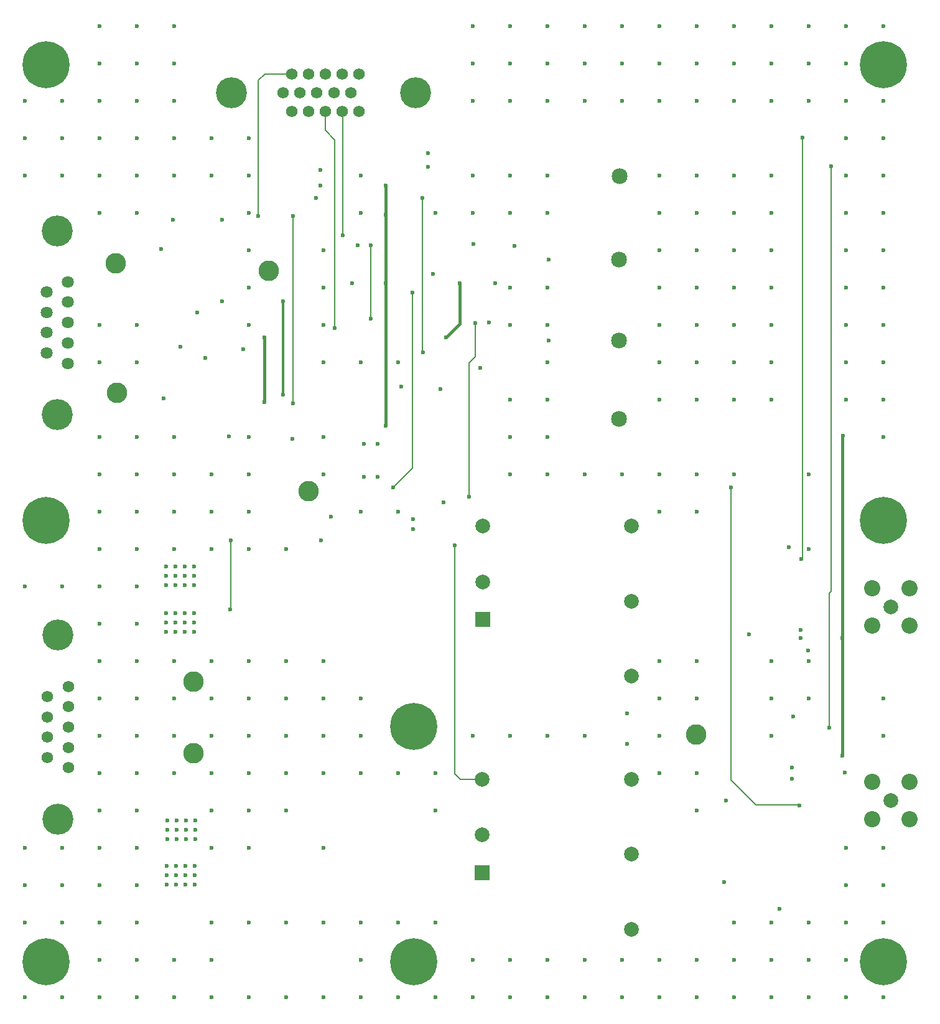
<source format=gbr>
%TF.GenerationSoftware,KiCad,Pcbnew,9.0.3*%
%TF.CreationDate,2025-09-17T10:51:30-04:00*%
%TF.ProjectId,4_COLD_TPC_SiPM_Pre_Amp,345f434f-4c44-45f5-9450-435f5369504d,rev?*%
%TF.SameCoordinates,Original*%
%TF.FileFunction,Copper,L6,Inr*%
%TF.FilePolarity,Positive*%
%FSLAX46Y46*%
G04 Gerber Fmt 4.6, Leading zero omitted, Abs format (unit mm)*
G04 Created by KiCad (PCBNEW 9.0.3) date 2025-09-17 10:51:30*
%MOMM*%
%LPD*%
G01*
G04 APERTURE LIST*
%TA.AperFunction,ComponentPad*%
%ADD10C,2.209800*%
%TD*%
%TA.AperFunction,ComponentPad*%
%ADD11C,2.006600*%
%TD*%
%TA.AperFunction,ComponentPad*%
%ADD12C,2.159000*%
%TD*%
%TA.AperFunction,ComponentPad*%
%ADD13C,2.000000*%
%TD*%
%TA.AperFunction,ComponentPad*%
%ADD14R,2.000000X2.000000*%
%TD*%
%TA.AperFunction,ComponentPad*%
%ADD15C,2.800000*%
%TD*%
%TA.AperFunction,ComponentPad*%
%ADD16C,6.400000*%
%TD*%
%TA.AperFunction,ComponentPad*%
%ADD17C,1.560000*%
%TD*%
%TA.AperFunction,ComponentPad*%
%ADD18C,4.216000*%
%TD*%
%TA.AperFunction,ComponentPad*%
%ADD19C,1.575000*%
%TD*%
%TA.AperFunction,ComponentPad*%
%ADD20C,1.635000*%
%TD*%
%TA.AperFunction,ViaPad*%
%ADD21C,0.600000*%
%TD*%
%TA.AperFunction,Conductor*%
%ADD22C,0.200000*%
%TD*%
%TA.AperFunction,Conductor*%
%ADD23C,0.400000*%
%TD*%
%TA.AperFunction,Conductor*%
%ADD24C,0.300000*%
%TD*%
G04 APERTURE END LIST*
D10*
%TO.N,/SiPM/SiPM_LV_Supply/SiPM_LV_5V/V_P5V_OUT*%
%TO.C,J4*%
X252540000Y-158650000D03*
X247460000Y-158650000D03*
X247460000Y-153570000D03*
X252540000Y-153570000D03*
D11*
%TO.N,/SiPM/V_SiPM_LV_P2V5_OUT*%
X250000000Y-156110000D03*
%TD*%
D10*
%TO.N,/SiPM/SiPM_LV_Supply/SiPM_LV_5V/V_P5V_OUT*%
%TO.C,J5*%
X252540000Y-132320000D03*
X247460000Y-132320000D03*
X247460000Y-127240000D03*
X252540000Y-127240000D03*
D11*
%TO.N,/SiPM/V_SiPM_LV_M5V_OUT*%
X250000000Y-129780000D03*
%TD*%
D12*
%TO.N,Net-(P1-Pad1)*%
%TO.C,P1*%
X212960000Y-93500000D03*
%TD*%
%TO.N,Net-(M5-Pad3)*%
%TO.C,P2*%
X212960000Y-104170000D03*
%TD*%
%TO.N,Net-(P3-Pad1)*%
%TO.C,P3*%
X212970000Y-82510000D03*
%TD*%
%TO.N,Net-(M6-Pad3)*%
%TO.C,P4*%
X213060000Y-71180000D03*
%TD*%
D13*
%TO.N,/SiPM/SiPM_LV_Supply/SiPM_LV_5V/Enable*%
%TO.C,U3*%
X194387500Y-153190000D03*
%TO.N,/SiPM/SiPM_LV_Supply/SiPM_LV_5V/V_P5V_OUT*%
X214687500Y-153190000D03*
%TO.N,/SiPM/SiPM_LV_Supply/SiPM_LV_P3V3/TRIM*%
X214687500Y-163390000D03*
%TO.N,/SiPM/SiPM_LV_Supply/SiPM_LV_P3V3/V_P3V3_OUT*%
X214687500Y-173590000D03*
%TO.N,/SiPM/SiPM_LV_Supply/SiPM_LV_P3V3/V_RTN*%
X194387500Y-160790000D03*
D14*
%TO.N,/SiPM/SiPM_LV_Supply/SiPM_LV_P3V3/V_POS*%
X194387500Y-165890000D03*
%TD*%
D15*
%TO.N,/SiPM/SiPM_LV_Supply/SiPM_LV_5V/Enable*%
%TO.C,V_{EN}1*%
X170690000Y-114050000D03*
%TD*%
%TO.N,/SiPM/SiPM_LV_Supply/SiPM_LV_5V/V_P5V_OUT*%
%TO.C,V_{OUT_RTN}1*%
X223490000Y-147150000D03*
%TD*%
%TO.N,/SEC_PWR_RTN*%
%TO.C,+12V_RTN1*%
X155090000Y-149640000D03*
%TD*%
D16*
%TO.N,CHASSIS*%
%TO.C,H5*%
X135000000Y-56000000D03*
%TD*%
%TO.N,CHASSIS*%
%TO.C,H7*%
X249000000Y-118000000D03*
%TD*%
%TO.N,CHASSIS*%
%TO.C,H6*%
X249000000Y-178000000D03*
%TD*%
%TO.N,CHASSIS*%
%TO.C,H3*%
X185000000Y-146000000D03*
%TD*%
D15*
%TO.N,/P_SEC_TELEM_PWR*%
%TO.C,+5V1*%
X144520000Y-83000000D03*
%TD*%
D17*
%TO.N,/SEC_PWR_RTN*%
%TO.C,J1*%
X138030000Y-140575000D03*
X138030000Y-143345000D03*
%TO.N,unconnected-(J1-Pad3)*%
X138030000Y-146115000D03*
%TO.N,/SEC_PWR_RTN*%
X138030000Y-148885000D03*
X138030000Y-151655000D03*
%TO.N,/SEC_PWR_IN*%
X135190000Y-141960000D03*
X135190000Y-144730000D03*
X135190000Y-147500000D03*
X135190000Y-150270000D03*
D18*
%TO.N,CHASSIS*%
X136610000Y-133615000D03*
X136610000Y-158615000D03*
%TD*%
D19*
%TO.N,/SiPM_LV_Enable-*%
%TO.C,J3*%
X168434000Y-62350000D03*
%TO.N,/SiPM_LV_Enable+*%
X170724000Y-62350000D03*
%TO.N,/P2p5V_TELEM*%
X173014000Y-62350000D03*
%TO.N,/M5p0V_Telem*%
X175304000Y-62350000D03*
%TO.N,/P2p5_I_MON*%
X177594000Y-62350000D03*
%TO.N,/SEC_PWR_TELEM_RTN*%
X167289000Y-59810000D03*
X169579000Y-59810000D03*
X171869000Y-59810000D03*
X174159000Y-59810000D03*
X176449000Y-59810000D03*
%TO.N,/TEMP_TELEM*%
X168434000Y-57270000D03*
%TO.N,/SEC_PWR_TELEM_RTN*%
X170724000Y-57270000D03*
X173014000Y-57270000D03*
X175304000Y-57270000D03*
%TO.N,/M5V_I_MON*%
X177594000Y-57270000D03*
D18*
%TO.N,CHASSIS*%
X185255000Y-59810000D03*
X160265000Y-59810000D03*
%TD*%
D20*
%TO.N,/SEC_PWR_TELEM_RTN*%
%TO.C,J2*%
X137933250Y-96630000D03*
X137933250Y-93860000D03*
%TO.N,unconnected-(J2-Pad3)*%
X137933250Y-91090000D03*
%TO.N,/SEC_PWR_TELEM_RTN*%
X137933250Y-88320000D03*
X137933250Y-85550000D03*
%TO.N,/N_SEC_TELEM_PWR*%
X135093250Y-95245000D03*
X135093250Y-92475000D03*
%TO.N,/P_SEC_TELEM_PWR*%
X135093250Y-89705000D03*
X135093250Y-86935000D03*
D18*
%TO.N,CHASSIS*%
X136513250Y-78590000D03*
X136513250Y-103590000D03*
%TD*%
D16*
%TO.N,CHASSIS*%
%TO.C,H8*%
X135000000Y-118000000D03*
%TD*%
%TO.N,CHASSIS*%
%TO.C,H4*%
X185000000Y-178000000D03*
%TD*%
D15*
%TO.N,/SEC_PWR_IN*%
%TO.C,+12V1*%
X155090000Y-139890000D03*
%TD*%
%TO.N,/N_SEC_TELEM_PWR*%
%TO.C,-5V1*%
X144690000Y-100630000D03*
%TD*%
D16*
%TO.N,CHASSIS*%
%TO.C,H2*%
X135000000Y-178000000D03*
%TD*%
%TO.N,CHASSIS*%
%TO.C,H1*%
X249000000Y-56000000D03*
%TD*%
D15*
%TO.N,/SEC_PWR_TELEM_RTN*%
%TO.C,Telem_RTN1*%
X165350000Y-84050000D03*
%TD*%
D14*
%TO.N,/SiPM/SiPM_LV_Supply/SiPM_LV_5V/V_POS*%
%TO.C,U4*%
X194395000Y-131470000D03*
D13*
%TO.N,/SiPM/SiPM_LV_Supply/SiPM_LV_5V/V_RTN*%
X194395000Y-126370000D03*
%TO.N,/SiPM/SiPM_LV_Supply/SiPM_LV_5V/V_P5V_OUT*%
X214695000Y-139170000D03*
%TO.N,/SiPM/SiPM_LV_Supply/SiPM_LV_5V/TRIM*%
X214695000Y-128970000D03*
%TO.N,/SiPM/V_SiPM_LV_M5V*%
X214695000Y-118770000D03*
%TO.N,/SiPM/SiPM_LV_Supply/SiPM_LV_5V/Enable*%
X194395000Y-118770000D03*
%TD*%
D21*
%TO.N,/SiPM/V_SiPM_LV_M5V*%
X179230000Y-90580000D03*
X179234150Y-80580000D03*
X193394150Y-91130000D03*
X192540000Y-114820000D03*
%TO.N,/SiPM/V_TELEM_P3V3_OUT*%
X237680000Y-133980000D03*
X181240000Y-105120000D03*
X181240000Y-76390000D03*
X243400000Y-133990000D03*
X243480000Y-106490000D03*
X181240000Y-72460000D03*
X172310000Y-72450000D03*
X181234150Y-85760000D03*
X243400000Y-149970000D03*
X236550000Y-151610000D03*
X158970000Y-77145000D03*
%TO.N,/SiPM/V_SiPM_LV_P2V5*%
X187654150Y-84480000D03*
X228180000Y-113530000D03*
X184894150Y-87030000D03*
X182270000Y-113530000D03*
X237515000Y-156785000D03*
%TO.N,/SiPM/SiPM_LV_Supply/SiPM_LV_5V/Enable*%
X184990000Y-119200000D03*
X190600000Y-121430000D03*
X172390000Y-120700000D03*
%TO.N,/SiPM/V_TELEM_M3V3*%
X164690000Y-93100000D03*
X164690000Y-101940000D03*
X189480000Y-93100000D03*
X191304150Y-85750000D03*
%TO.N,/SiPM/SiPM_LV_Supply/SiPM_LV_5V/V_P5V_OUT*%
X227570000Y-156111400D03*
X234827500Y-170857500D03*
X227300000Y-167231400D03*
%TO.N,/SEC_PWR_RTN*%
X154017500Y-158820000D03*
X177800000Y-152400000D03*
X147320000Y-152400000D03*
X213360000Y-111760000D03*
X218440000Y-177800000D03*
X243840000Y-177800000D03*
X147320000Y-167640000D03*
X238760000Y-121920000D03*
X223520000Y-142240000D03*
X152400000Y-137160000D03*
X233680000Y-177800000D03*
X147320000Y-162560000D03*
X147320000Y-132080000D03*
X152635000Y-126775000D03*
X152747500Y-160090000D03*
X218440000Y-116840000D03*
X151365000Y-125505000D03*
X198120000Y-111760000D03*
X208280000Y-182880000D03*
X238760000Y-177800000D03*
X248920000Y-182880000D03*
X193040000Y-177800000D03*
X198120000Y-177800000D03*
X157480000Y-162560000D03*
X172720000Y-172720000D03*
X177800000Y-177800000D03*
X178250000Y-112050000D03*
X142240000Y-157480000D03*
X157480000Y-177800000D03*
X198120000Y-147320000D03*
X182880000Y-152400000D03*
X153905000Y-125505000D03*
X172720000Y-182880000D03*
X152400000Y-147320000D03*
X152400000Y-142240000D03*
X233680000Y-172720000D03*
X238760000Y-182880000D03*
X167640000Y-172720000D03*
X152400000Y-177800000D03*
X152400000Y-152400000D03*
X167640000Y-147320000D03*
X152747500Y-158820000D03*
X155175000Y-124235000D03*
X147320000Y-121920000D03*
X167640000Y-142240000D03*
X167640000Y-137160000D03*
X187960000Y-182880000D03*
X155287500Y-161360000D03*
X132080000Y-182880000D03*
X223520000Y-111760000D03*
X157480000Y-147320000D03*
X172720000Y-152400000D03*
X151365000Y-126775000D03*
X157480000Y-152400000D03*
X198120000Y-182880000D03*
X167640000Y-157480000D03*
X208280000Y-111760000D03*
X187960000Y-157480000D03*
X228600000Y-182880000D03*
X142240000Y-152400000D03*
X208280000Y-177800000D03*
X132080000Y-172720000D03*
X137160000Y-172720000D03*
X248920000Y-162560000D03*
X233680000Y-147320000D03*
X162560000Y-147320000D03*
X132080000Y-127000000D03*
X151477500Y-161360000D03*
X187960000Y-172720000D03*
X233680000Y-137160000D03*
X147320000Y-157480000D03*
X182880000Y-172720000D03*
X218440000Y-137160000D03*
X151477500Y-160090000D03*
X218440000Y-147320000D03*
X142240000Y-182880000D03*
X243840000Y-172720000D03*
X157480000Y-157480000D03*
X193040000Y-147320000D03*
X157480000Y-121920000D03*
X228600000Y-177800000D03*
X147320000Y-177800000D03*
X177800000Y-182880000D03*
X233680000Y-142240000D03*
X142240000Y-167640000D03*
X137160000Y-162560000D03*
X154017500Y-160090000D03*
X180140000Y-112050000D03*
X137160000Y-127000000D03*
X177800000Y-116840000D03*
X177800000Y-147320000D03*
X162560000Y-121920000D03*
X152747500Y-161360000D03*
X223520000Y-182880000D03*
X142240000Y-137160000D03*
X213360000Y-177800000D03*
X218440000Y-152400000D03*
X152400000Y-121920000D03*
X132080000Y-162560000D03*
X162560000Y-182880000D03*
X203200000Y-111760000D03*
X147320000Y-172720000D03*
X142240000Y-147320000D03*
X203200000Y-147320000D03*
X162560000Y-142240000D03*
X203200000Y-182880000D03*
X172720000Y-142240000D03*
X162560000Y-172720000D03*
X157480000Y-182880000D03*
X137160000Y-167640000D03*
X213360000Y-182880000D03*
X152400000Y-182880000D03*
X154017500Y-161360000D03*
X155175000Y-126775000D03*
X147320000Y-182880000D03*
X162560000Y-162560000D03*
X157480000Y-137160000D03*
X147320000Y-137160000D03*
X167640000Y-152400000D03*
X132080000Y-167640000D03*
X228600000Y-111760000D03*
X142240000Y-142240000D03*
X172720000Y-111760000D03*
X153905000Y-126775000D03*
X248920000Y-172720000D03*
X172720000Y-147320000D03*
X223520000Y-177800000D03*
X243840000Y-182880000D03*
X137160000Y-182880000D03*
X218440000Y-111760000D03*
X167640000Y-182880000D03*
X155287500Y-160090000D03*
X218440000Y-182880000D03*
X203200000Y-177800000D03*
X142240000Y-162560000D03*
X153905000Y-124235000D03*
X162560000Y-137160000D03*
X177800000Y-142240000D03*
X223520000Y-152400000D03*
X248920000Y-142240000D03*
X172720000Y-137160000D03*
X223520000Y-116840000D03*
X208280000Y-147320000D03*
X152635000Y-124235000D03*
X238760000Y-172720000D03*
X147320000Y-142240000D03*
X184980000Y-117850000D03*
X142240000Y-177800000D03*
X223520000Y-157480000D03*
X151477500Y-158820000D03*
X152635000Y-125505000D03*
X248920000Y-147320000D03*
X142240000Y-172720000D03*
X218440000Y-142240000D03*
X182880000Y-182880000D03*
X233680000Y-182880000D03*
X167640000Y-121920000D03*
X238760000Y-142240000D03*
X228600000Y-172720000D03*
X243840000Y-162560000D03*
X193040000Y-182880000D03*
X162560000Y-157480000D03*
X243840000Y-167640000D03*
X223520000Y-137160000D03*
X151365000Y-124235000D03*
X182880000Y-116840000D03*
X162560000Y-152400000D03*
X157480000Y-172720000D03*
X142240000Y-132080000D03*
X172720000Y-162560000D03*
X187960000Y-152400000D03*
X147320000Y-127000000D03*
X238760000Y-137160000D03*
X142240000Y-127000000D03*
X142240000Y-121920000D03*
X157480000Y-142240000D03*
X147320000Y-147320000D03*
X177800000Y-172720000D03*
X155175000Y-125505000D03*
X155287500Y-158820000D03*
X248920000Y-167640000D03*
%TO.N,CHASSIS*%
X214040000Y-148430000D03*
X214078000Y-144272000D03*
%TO.N,/SEC_PWR_TELEM_RTN*%
X198120000Y-50800000D03*
X132080000Y-60960000D03*
X152400000Y-55880000D03*
X203200000Y-96520000D03*
X147320000Y-76200000D03*
X203200000Y-86360000D03*
X228600000Y-101600000D03*
X223520000Y-60960000D03*
X243840000Y-91440000D03*
X223520000Y-50800000D03*
X248920000Y-66040000D03*
X198774150Y-80690000D03*
X208280000Y-50800000D03*
X228600000Y-60960000D03*
X238760000Y-60960000D03*
X243840000Y-50800000D03*
X243840000Y-60960000D03*
X213360000Y-55880000D03*
X157480000Y-66040000D03*
X248920000Y-101600000D03*
X157480000Y-71120000D03*
X157480000Y-116840000D03*
X152400000Y-116840000D03*
X203200000Y-106680000D03*
X218440000Y-101600000D03*
X238760000Y-111760000D03*
X233680000Y-91440000D03*
X147320000Y-50800000D03*
X248920000Y-91440000D03*
X218440000Y-86360000D03*
X177434150Y-80580000D03*
X228600000Y-86360000D03*
X223520000Y-101600000D03*
X198120000Y-106680000D03*
X172720000Y-81280000D03*
X142240000Y-71120000D03*
X142240000Y-76200000D03*
X162560000Y-86360000D03*
X162560000Y-76200000D03*
X153260000Y-94345000D03*
X218440000Y-60960000D03*
X198120000Y-101600000D03*
X193040000Y-60960000D03*
X162560000Y-111760000D03*
X233680000Y-50800000D03*
X147320000Y-60960000D03*
X243840000Y-86360000D03*
X147320000Y-106680000D03*
X172720000Y-96520000D03*
X218440000Y-91440000D03*
X233680000Y-101600000D03*
X147320000Y-66040000D03*
X152400000Y-111760000D03*
X218440000Y-81280000D03*
X228600000Y-55880000D03*
X203200000Y-101600000D03*
X236550000Y-153160000D03*
X213360000Y-50800000D03*
X223520000Y-76200000D03*
X228600000Y-71120000D03*
X223520000Y-86360000D03*
X218440000Y-50800000D03*
X162560000Y-81280000D03*
X147320000Y-116840000D03*
X248920000Y-81280000D03*
X243840000Y-55880000D03*
X203200000Y-91440000D03*
X152240000Y-77120000D03*
X223520000Y-81280000D03*
X243840000Y-101600000D03*
X194129150Y-97274800D03*
X198120000Y-76200000D03*
X137160000Y-71120000D03*
X152400000Y-66040000D03*
X233680000Y-86360000D03*
X178250000Y-107630000D03*
X233680000Y-55880000D03*
X208280000Y-60960000D03*
X236050000Y-121620000D03*
X132080000Y-71120000D03*
X142240000Y-106680000D03*
X243690000Y-152310000D03*
X203200000Y-60960000D03*
X137160000Y-60960000D03*
X172310000Y-70370000D03*
X176630000Y-85760000D03*
X142240000Y-50800000D03*
X168540000Y-106950000D03*
X159900000Y-106580000D03*
X243840000Y-96520000D03*
X150980000Y-101385000D03*
X157480000Y-111760000D03*
X193040000Y-55880000D03*
X150680000Y-81065000D03*
X203200000Y-55880000D03*
X213360000Y-60960000D03*
X132080000Y-66040000D03*
X162560000Y-106680000D03*
X193040000Y-50800000D03*
X233680000Y-60960000D03*
X193040000Y-71120000D03*
X198120000Y-71120000D03*
X243840000Y-71120000D03*
X155600000Y-89765000D03*
X223520000Y-91440000D03*
X177800000Y-96520000D03*
X228600000Y-91440000D03*
X142240000Y-91440000D03*
X162560000Y-66040000D03*
X248920000Y-76200000D03*
X142240000Y-96520000D03*
X233680000Y-71120000D03*
X237740000Y-132930000D03*
X142240000Y-66040000D03*
X238760000Y-55880000D03*
X172720000Y-91440000D03*
X142240000Y-60960000D03*
X223520000Y-96520000D03*
X248920000Y-106680000D03*
X182880000Y-96520000D03*
X193184150Y-80420000D03*
X152400000Y-106680000D03*
X152400000Y-50800000D03*
X198120000Y-60960000D03*
X228600000Y-96520000D03*
X248920000Y-86360000D03*
X152400000Y-71120000D03*
X243840000Y-66040000D03*
X142240000Y-111760000D03*
X233680000Y-76200000D03*
X172720000Y-106680000D03*
X180140000Y-107630000D03*
X248920000Y-50800000D03*
X198120000Y-55880000D03*
X177800000Y-71120000D03*
X233680000Y-96520000D03*
X230680000Y-133480000D03*
X162560000Y-91440000D03*
X147320000Y-91440000D03*
X203200000Y-71120000D03*
X161820000Y-94695000D03*
X198120000Y-86360000D03*
X142240000Y-55880000D03*
X203200000Y-76200000D03*
X183380000Y-99790000D03*
X137160000Y-66040000D03*
X147320000Y-55880000D03*
X233680000Y-81280000D03*
X238760000Y-50800000D03*
X218440000Y-71120000D03*
X243840000Y-81280000D03*
X218440000Y-55880000D03*
X228600000Y-50800000D03*
X198120000Y-91440000D03*
X248920000Y-96520000D03*
X208280000Y-55880000D03*
X218440000Y-96520000D03*
X195264150Y-91120000D03*
X248920000Y-60960000D03*
X177800000Y-76200000D03*
X162560000Y-116840000D03*
X223520000Y-55880000D03*
X196164150Y-85750000D03*
X147320000Y-111760000D03*
X152400000Y-60960000D03*
X193040000Y-76200000D03*
X187960000Y-76200000D03*
X142240000Y-116840000D03*
X147320000Y-71120000D03*
X162560000Y-71120000D03*
X228600000Y-76200000D03*
X172720000Y-86360000D03*
X147320000Y-96520000D03*
X203200000Y-50800000D03*
X223520000Y-71120000D03*
X228600000Y-81280000D03*
X243840000Y-76200000D03*
X236720000Y-144650000D03*
X218440000Y-76200000D03*
X248920000Y-71120000D03*
%TO.N,/SEC_PWR_IN*%
X152667500Y-166300000D03*
X155115000Y-133150000D03*
X155207500Y-167570000D03*
X153845000Y-130610000D03*
X151305000Y-130610000D03*
X155207500Y-165030000D03*
X153937500Y-165030000D03*
X152667500Y-167570000D03*
X151305000Y-131880000D03*
X153937500Y-167570000D03*
X153845000Y-131880000D03*
X152575000Y-131880000D03*
X151397500Y-167570000D03*
X151397500Y-166300000D03*
X152575000Y-130610000D03*
X152667500Y-165030000D03*
X151305000Y-133150000D03*
X155207500Y-166300000D03*
X153845000Y-133150000D03*
X155115000Y-131880000D03*
X152575000Y-133150000D03*
X151397500Y-165030000D03*
X153937500Y-166300000D03*
X160020000Y-130140000D03*
X160160000Y-120700000D03*
X155115000Y-130610000D03*
%TO.N,Net-(M2-Pad1)*%
X189080000Y-115560000D03*
X173770000Y-117510000D03*
%TO.N,/P2p5V_TELEM*%
X174310000Y-91820000D03*
%TO.N,/M5p0V_Telem*%
X175350000Y-79240000D03*
%TO.N,/TEMP_TELEM*%
X163910000Y-76580000D03*
X168570000Y-102120000D03*
X168570000Y-76570000D03*
%TO.N,Net-(C2-Pad2)*%
X241820000Y-69830000D03*
X187017482Y-69884549D03*
X241580000Y-146200000D03*
%TO.N,Net-(U9-OUT)*%
X238740000Y-135680000D03*
%TO.N,Net-(C31-Pad2)*%
X237950000Y-65950000D03*
X237770000Y-123210000D03*
X187000000Y-68050000D03*
%TO.N,/P_SEC_TELEM_PWR*%
X203440000Y-93510000D03*
X188670000Y-100170000D03*
X203400000Y-82510200D03*
X167220000Y-88200000D03*
X158971400Y-88205000D03*
X167220000Y-100870000D03*
%TO.N,/SiPM/SiPM_LV_Supply/SiPM_LV_Enable*%
X186280000Y-95110000D03*
X171750000Y-74110000D03*
X186260000Y-74110000D03*
%TO.N,/N_SEC_TELEM_PWR*%
X156660000Y-95925000D03*
%TD*%
D22*
%TO.N,/SiPM/V_SiPM_LV_M5V*%
X179230000Y-90570000D02*
X179230000Y-90580000D01*
X179234150Y-90574150D02*
X179230000Y-90570000D01*
X179234150Y-80580000D02*
X179234150Y-90574150D01*
X179230000Y-90580000D02*
X179240000Y-90580000D01*
X179240000Y-90580000D02*
X179240000Y-90580000D01*
X193394150Y-91130000D02*
X193394150Y-95705850D01*
X193394150Y-95705850D02*
X192540000Y-96560000D01*
X192540000Y-96560000D02*
X192540000Y-114820000D01*
D23*
%TO.N,/SiPM/V_TELEM_P3V3_OUT*%
X243400000Y-133990000D02*
X243400000Y-149970000D01*
X243400000Y-106570000D02*
X243400000Y-133990000D01*
X243480000Y-106490000D02*
X243400000Y-106570000D01*
X181234150Y-85760000D02*
X181234150Y-105114150D01*
X181234150Y-105114150D02*
X181240000Y-105120000D01*
X181234150Y-85760000D02*
X181234150Y-76395850D01*
D22*
X181234150Y-76395850D02*
X181240000Y-76390000D01*
D23*
X181240000Y-76390000D02*
X181240000Y-72460000D01*
D22*
%TO.N,/SiPM/V_SiPM_LV_P2V5*%
X184894150Y-87030000D02*
X184894150Y-110905850D01*
X184894150Y-110905850D02*
X182270000Y-113530000D01*
X228180000Y-113530000D02*
X228180000Y-153320000D01*
X228180000Y-153320000D02*
X231590000Y-156730000D01*
X231590000Y-156730000D02*
X237460000Y-156730000D01*
X237460000Y-156730000D02*
X237515000Y-156785000D01*
D23*
%TO.N,/SiPM/V_TELEM_M3V3*%
X164690000Y-93100000D02*
X164690000Y-101940000D01*
X191304150Y-91275850D02*
X189480000Y-93100000D01*
X191304150Y-85750000D02*
X191304150Y-91275850D01*
D22*
%TO.N,/SiPM/SiPM_LV_Supply/SiPM_LV_5V/Enable*%
X190600000Y-121430000D02*
X190600000Y-152430000D01*
X190600000Y-152430000D02*
X191360000Y-153190000D01*
X191360000Y-153190000D02*
X194387500Y-153190000D01*
%TO.N,/SEC_PWR_IN*%
X160160000Y-130000000D02*
X160020000Y-130140000D01*
X160160000Y-120700000D02*
X160160000Y-130000000D01*
%TO.N,/P2p5V_TELEM*%
X173014000Y-64934000D02*
X173014000Y-62350000D01*
X174310000Y-66230000D02*
X173014000Y-64934000D01*
X174310000Y-91820000D02*
X174310000Y-66230000D01*
%TO.N,/M5p0V_Telem*%
X175350000Y-62396000D02*
X175304000Y-62350000D01*
X175350000Y-79240000D02*
X175350000Y-62396000D01*
%TO.N,/TEMP_TELEM*%
X163910000Y-76580000D02*
X163910000Y-58160000D01*
X168570000Y-102120000D02*
X168570000Y-76570000D01*
X163910000Y-58160000D02*
X164800000Y-57270000D01*
X164800000Y-57270000D02*
X168434000Y-57270000D01*
%TO.N,Net-(C2-Pad2)*%
X241580000Y-127868529D02*
X241820000Y-127628529D01*
X241580000Y-146200000D02*
X241580000Y-127868529D01*
X241820000Y-127628529D02*
X241820000Y-69830000D01*
%TO.N,Net-(C31-Pad2)*%
X237950000Y-65950000D02*
X237950000Y-123030000D01*
X237950000Y-123030000D02*
X237770000Y-123210000D01*
D24*
%TO.N,/P_SEC_TELEM_PWR*%
X167220000Y-88200000D02*
X167220000Y-100870000D01*
D22*
%TO.N,/SiPM/SiPM_LV_Supply/SiPM_LV_Enable*%
X186280000Y-95110000D02*
X186260000Y-95090000D01*
X186260000Y-95090000D02*
X186260000Y-74110000D01*
%TD*%
M02*

</source>
